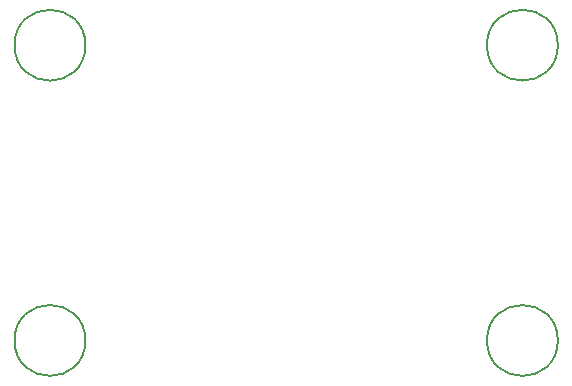
<source format=gbr>
%TF.GenerationSoftware,KiCad,Pcbnew,7.0.10*%
%TF.CreationDate,2024-03-02T17:11:43+01:00*%
%TF.ProjectId,explorer-light,6578706c-6f72-4657-922d-6c696768742e,rev?*%
%TF.SameCoordinates,Original*%
%TF.FileFunction,Other,Comment*%
%FSLAX46Y46*%
G04 Gerber Fmt 4.6, Leading zero omitted, Abs format (unit mm)*
G04 Created by KiCad (PCBNEW 7.0.10) date 2024-03-02 17:11:43*
%MOMM*%
%LPD*%
G01*
G04 APERTURE LIST*
%ADD10C,0.150000*%
G04 APERTURE END LIST*
D10*
%TO.C,H1*%
X96014800Y-54616800D02*
G75*
G03*
X90014800Y-54616800I-3000000J0D01*
G01*
X90014800Y-54616800D02*
G75*
G03*
X96014800Y-54616800I3000000J0D01*
G01*
%TO.C,H3*%
X96014800Y-79616800D02*
G75*
G03*
X90014800Y-79616800I-3000000J0D01*
G01*
X90014800Y-79616800D02*
G75*
G03*
X96014800Y-79616800I3000000J0D01*
G01*
%TO.C,H4*%
X136014800Y-79616800D02*
G75*
G03*
X130014800Y-79616800I-3000000J0D01*
G01*
X130014800Y-79616800D02*
G75*
G03*
X136014800Y-79616800I3000000J0D01*
G01*
%TO.C,H2*%
X136014800Y-54616800D02*
G75*
G03*
X130014800Y-54616800I-3000000J0D01*
G01*
X130014800Y-54616800D02*
G75*
G03*
X136014800Y-54616800I3000000J0D01*
G01*
%TD*%
M02*

</source>
